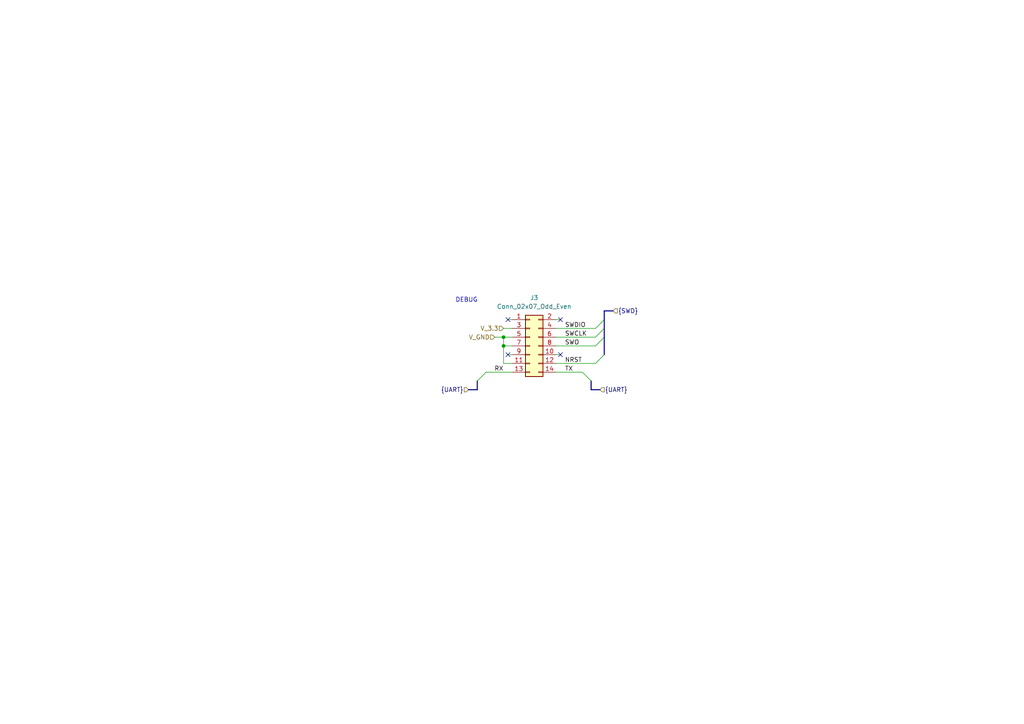
<source format=kicad_sch>
(kicad_sch (version 20231120) (generator "eeschema") (generator_version "8.0")
  (paper "A4")
  (lib_symbols
    (symbol "Connector_Generic:Conn_02x07_Odd_Even" (pin_names (offset 1.016) hide)
      (property "Reference" "J" (at 1.27 10.16 0))
      (property "Value" "Conn_02x07_Odd_Even" (at 1.27 -10.16 0))
      (symbol "Conn_02x07_Odd_Even_1_1"
        (rectangle (start -1.27 -7.493) (end 0 -7.747) (stroke (width 0.1524)))
        (rectangle (start -1.27 -4.953) (end 0 -5.207) (stroke (width 0.1524)))
        (rectangle (start -1.27 -2.413) (end 0 -2.667) (stroke (width 0.1524)))
        (rectangle (start -1.27 0.127) (end 0 -0.127) (stroke (width 0.1524)))
        (rectangle (start -1.27 2.667) (end 0 2.413) (stroke (width 0.1524)))
        (rectangle (start -1.27 5.207) (end 0 4.953) (stroke (width 0.1524)))
        (rectangle (start -1.27 7.747) (end 0 7.493) (stroke (width 0.1524)))
        (rectangle (start -1.27 8.89) (end 3.81 -8.89) (stroke (width 0.254)) (fill (type background)))
        (rectangle (start 3.81 -7.493) (end 2.54 -7.747) (stroke (width 0.1524)))
        (rectangle (start 3.81 -4.953) (end 2.54 -5.207) (stroke (width 0.1524)))
        (rectangle (start 3.81 -2.413) (end 2.54 -2.667) (stroke (width 0.1524)))
        (rectangle (start 3.81 0.127) (end 2.54 -0.127) (stroke (width 0.1524)))
        (rectangle (start 3.81 2.667) (end 2.54 2.413) (stroke (width 0.1524)))
        (rectangle (start 3.81 5.207) (end 2.54 4.953) (stroke (width 0.1524)))
        (rectangle (start 3.81 7.747) (end 2.54 7.493) (stroke (width 0.1524)))
        (pin passive line (at -5.08 7.62 0) (length 3.81) (name "Pin_1") (number "1"))
        (pin passive line (at 7.62 -2.54 180) (length 3.81) (name "Pin_10") (number "10"))
        (pin passive line (at -5.08 -5.08 0) (length 3.81) (name "Pin_11") (number "11"))
        (pin passive line (at 7.62 -5.08 180) (length 3.81) (name "Pin_12") (number "12"))
        (pin passive line (at -5.08 -7.62 0) (length 3.81) (name "Pin_13") (number "13"))
        (pin passive line (at 7.62 -7.62 180) (length 3.81) (name "Pin_14") (number "14"))
        (pin passive line (at 7.62 7.62 180) (length 3.81) (name "Pin_2") (number "2"))
        (pin passive line (at -5.08 5.08 0) (length 3.81) (name "Pin_3") (number "3"))
        (pin passive line (at 7.62 5.08 180) (length 3.81) (name "Pin_4") (number "4"))
        (pin passive line (at -5.08 2.54 0) (length 3.81) (name "Pin_5") (number "5"))
        (pin passive line (at 7.62 2.54 180) (length 3.81) (name "Pin_6") (number "6"))
        (pin passive line (at -5.08 0 0) (length 3.81) (name "Pin_7") (number "7"))
        (pin passive line (at 7.62 0 180) (length 3.81) (name "Pin_8") (number "8"))
        (pin passive line (at -5.08 -2.54 0) (length 3.81) (name "Pin_9") (number "9"))
      )
    )
  )
  (junction (at 146.05 100.33))
  (junction (at 146.05 97.79))
  (no_connect (at 162.56 92.71))
  (no_connect (at 162.56 102.87))
  (no_connect (at 147.32 92.71))
  (no_connect (at 147.32 102.87))
  (bus_entry (at 175.26 95.25) (size -2.54 2.54))
  (bus_entry (at 175.26 92.71) (size -2.54 2.54))
  (bus_entry (at 175.26 97.79) (size -2.54 2.54))
  (bus_entry (at 140.97 107.95) (size -2.54 2.54))
  (bus_entry (at 175.26 102.87) (size -2.54 2.54))
  (bus_entry (at 168.91 107.95) (size 2.54 2.54))
  (bus (pts (xy 138.43 113.03) (xy 135.89 113.03)))
  (wire (pts (xy 146.05 100.33) (xy 148.59 100.33)))
  (wire (pts (xy 146.05 100.33) (xy 146.05 105.41)))
  (bus (pts (xy 175.26 95.25) (xy 175.26 97.79)))
  (bus (pts (xy 175.26 90.17) (xy 177.8 90.17)))
  (wire (pts (xy 143.51 97.79) (xy 146.05 97.79)))
  (wire (pts (xy 146.05 105.41) (xy 148.59 105.41)))
  (bus (pts (xy 175.26 90.17) (xy 175.26 92.71)))
  (wire (pts (xy 161.29 105.41) (xy 172.72 105.41)))
  (bus (pts (xy 175.26 97.79) (xy 175.26 102.87)))
  (wire (pts (xy 146.05 97.79) (xy 146.05 100.33)))
  (wire (pts (xy 140.97 107.95) (xy 148.59 107.95)))
  (bus (pts (xy 138.43 113.03) (xy 138.43 110.49)))
  (wire (pts (xy 147.32 102.87) (xy 148.59 102.87)))
  (bus (pts (xy 175.26 92.71) (xy 175.26 95.25)))
  (wire (pts (xy 161.29 97.79) (xy 172.72 97.79)))
  (wire (pts (xy 146.05 97.79) (xy 148.59 97.79)))
  (wire (pts (xy 161.29 100.33) (xy 172.72 100.33)))
  (bus (pts (xy 171.45 113.03) (xy 173.99 113.03)))
  (wire (pts (xy 162.56 92.71) (xy 161.29 92.71)))
  (wire (pts (xy 161.29 107.95) (xy 168.91 107.95)))
  (wire (pts (xy 162.56 102.87) (xy 161.29 102.87)))
  (wire (pts (xy 161.29 95.25) (xy 172.72 95.25)))
  (wire (pts (xy 147.32 92.71) (xy 148.59 92.71)))
  (bus (pts (xy 171.45 113.03) (xy 171.45 110.49)))
  (wire (pts (xy 146.05 95.25) (xy 148.59 95.25)))
  (text "DEBUG" (at 132.08 86.36 0) (effects (font (size 1.27 1.27)) (justify left top)))
  (label "RX" (at 146.05 107.95 180))
  (label "TX" (at 163.83 107.95 0))
  (label "SWCLK" (at 163.83 97.79 0))
  (label "NRST" (at 163.83 105.41 0))
  (label "SWDIO" (at 163.83 95.25 0))
  (label "SWO" (at 163.83 100.33 0))
  (hierarchical_label "V_GND" (shape input) (at 143.51 97.79 180))
  (hierarchical_label "{UART}" (shape input) (at 173.99 113.03 0))
  (hierarchical_label "{SWD}" (shape input) (at 177.8 90.17 0))
  (hierarchical_label "{UART}" (shape input) (at 135.89 113.03 180))
  (hierarchical_label "V_3.3" (shape input) (at 146.05 95.25 180))
  (symbol (lib_id "Connector_Generic:Conn_02x07_Odd_Even") (at 153.67 100.33 0) (unit 1)
    (property "Reference" "J3" (at 154.94 86.36 0))
    (property "Value" "Conn_02x07_Odd_Even" (at 154.94 88.9 0))
    (property "Description" "Generic connector, double row, 02x07, odd/even pin numbering scheme (row 1 odd numbers, row 2 even numbers), script generated (kicad-library-utils/schlib/autogen/connector/)" (effects (hide yes)))
    (instances (project "communication" (path "" (reference "J3") (unit 1)) (path "" (reference "J4") (unit 1))) (project "control" (path "" (reference "J?") (unit 1)) (path "" (reference "J?") (unit 1))) (project "power" (path "" (reference "J?") (unit 1))))
  )
)
</source>
